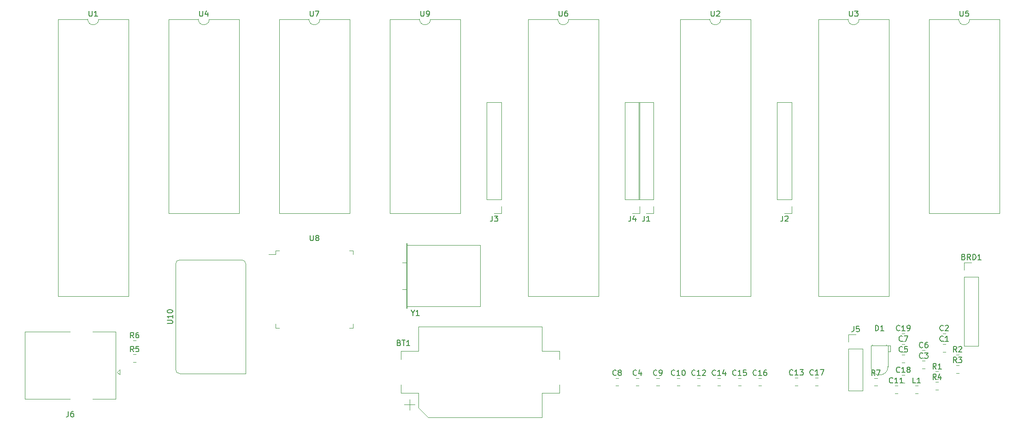
<source format=gbr>
G04 #@! TF.GenerationSoftware,KiCad,Pcbnew,(5.0.2)-1*
G04 #@! TF.CreationDate,2019-09-20T08:48:42-04:00*
G04 #@! TF.ProjectId,Z80_CPU,5a38305f-4350-4552-9e6b-696361645f70,rev?*
G04 #@! TF.SameCoordinates,Original*
G04 #@! TF.FileFunction,Legend,Top*
G04 #@! TF.FilePolarity,Positive*
%FSLAX46Y46*%
G04 Gerber Fmt 4.6, Leading zero omitted, Abs format (unit mm)*
G04 Created by KiCad (PCBNEW (5.0.2)-1) date 9/20/2019 8:48:42 AM*
%MOMM*%
%LPD*%
G01*
G04 APERTURE LIST*
%ADD10C,0.120000*%
%ADD11C,0.150000*%
G04 APERTURE END LIST*
D10*
G04 #@! TO.C,BRD1*
X172706001Y-66366001D02*
X175366001Y-66366001D01*
X172706001Y-53606001D02*
X172706001Y-66366001D01*
X175366001Y-53606001D02*
X175366001Y-66366001D01*
X172706001Y-53606001D02*
X175366001Y-53606001D01*
X172706001Y-52336001D02*
X172706001Y-51006001D01*
X172706001Y-51006001D02*
X174036001Y-51006001D01*
G04 #@! TO.C,BT1*
X95170000Y-74970000D02*
X98370000Y-74970000D01*
X98370000Y-74970000D02*
X98370000Y-73420000D01*
X95170000Y-79470000D02*
X95170000Y-74970000D01*
X95170000Y-79470000D02*
X74270000Y-79470000D01*
X72470000Y-77670000D02*
X72470000Y-74970000D01*
X74270000Y-79470000D02*
X72470000Y-77670000D01*
X72470000Y-74970000D02*
X69270000Y-74970000D01*
X69270000Y-74970000D02*
X69270000Y-73420000D01*
X72470000Y-67270000D02*
X69270000Y-67270000D01*
X69270000Y-67270000D02*
X69270000Y-68820000D01*
X95170000Y-67270000D02*
X98370000Y-67270000D01*
X98370000Y-67270000D02*
X98370000Y-68820000D01*
X72470000Y-62770000D02*
X95170000Y-62770000D01*
X72470000Y-62770000D02*
X72470000Y-67270000D01*
X95170000Y-62770000D02*
X95170000Y-67270000D01*
X70820000Y-76120000D02*
X70820000Y-78120000D01*
X71820000Y-77120000D02*
X69820000Y-77120000D01*
G04 #@! TO.C,C1*
X168774749Y-65976001D02*
X169297253Y-65976001D01*
X168774749Y-67396001D02*
X169297253Y-67396001D01*
G04 #@! TO.C,C2*
X168774749Y-64026001D02*
X169297253Y-64026001D01*
X168774749Y-65446001D02*
X169297253Y-65446001D01*
G04 #@! TO.C,C3*
X165024749Y-69076001D02*
X165547253Y-69076001D01*
X165024749Y-70496001D02*
X165547253Y-70496001D01*
G04 #@! TO.C,C4*
X112424749Y-73646001D02*
X112947253Y-73646001D01*
X112424749Y-72226001D02*
X112947253Y-72226001D01*
G04 #@! TO.C,C5*
X161274749Y-69346001D02*
X161797253Y-69346001D01*
X161274749Y-67926001D02*
X161797253Y-67926001D01*
G04 #@! TO.C,C6*
X165024749Y-67126001D02*
X165547253Y-67126001D01*
X165024749Y-68546001D02*
X165547253Y-68546001D01*
G04 #@! TO.C,C7*
X161274749Y-67396001D02*
X161797253Y-67396001D01*
X161274749Y-65976001D02*
X161797253Y-65976001D01*
G04 #@! TO.C,C8*
X108674749Y-72226001D02*
X109197253Y-72226001D01*
X108674749Y-73646001D02*
X109197253Y-73646001D01*
G04 #@! TO.C,C9*
X116174749Y-73646001D02*
X116697253Y-73646001D01*
X116174749Y-72226001D02*
X116697253Y-72226001D01*
G04 #@! TO.C,C10*
X119924749Y-72226001D02*
X120447253Y-72226001D01*
X119924749Y-73646001D02*
X120447253Y-73646001D01*
G04 #@! TO.C,C11*
X159974749Y-75046001D02*
X160497253Y-75046001D01*
X159974749Y-73626001D02*
X160497253Y-73626001D01*
G04 #@! TO.C,C12*
X123674749Y-72226001D02*
X124197253Y-72226001D01*
X123674749Y-73646001D02*
X124197253Y-73646001D01*
G04 #@! TO.C,C13*
X141624749Y-73596001D02*
X142147253Y-73596001D01*
X141624749Y-72176001D02*
X142147253Y-72176001D01*
G04 #@! TO.C,C14*
X127424749Y-72226001D02*
X127947253Y-72226001D01*
X127424749Y-73646001D02*
X127947253Y-73646001D01*
G04 #@! TO.C,C15*
X131174749Y-73646001D02*
X131697253Y-73646001D01*
X131174749Y-72226001D02*
X131697253Y-72226001D01*
G04 #@! TO.C,C16*
X134924749Y-72226001D02*
X135447253Y-72226001D01*
X134924749Y-73646001D02*
X135447253Y-73646001D01*
G04 #@! TO.C,C17*
X145374749Y-73596001D02*
X145897253Y-73596001D01*
X145374749Y-72176001D02*
X145897253Y-72176001D01*
G04 #@! TO.C,C18*
X161274749Y-71676001D02*
X161797253Y-71676001D01*
X161274749Y-73096001D02*
X161797253Y-73096001D01*
G04 #@! TO.C,C19*
X161274749Y-65446001D02*
X161797253Y-65446001D01*
X161274749Y-64026001D02*
X161797253Y-64026001D01*
G04 #@! TO.C,D1*
X158716001Y-70106001D02*
G75*
G02X155596001Y-70106001I-1560000J0D01*
G01*
X155596001Y-66246001D02*
X155596001Y-70106001D01*
X158716001Y-66246001D02*
X158716001Y-70106001D01*
X155596001Y-66246001D02*
X158716001Y-66246001D01*
X159116001Y-66246001D02*
X159116001Y-67366001D01*
X159116001Y-67366001D02*
X158716001Y-67366001D01*
X158716001Y-67366001D02*
X158716001Y-66246001D01*
X158716001Y-66246001D02*
X159116001Y-66246001D01*
X155886001Y-66116001D02*
X155886001Y-66246001D01*
X155886001Y-66246001D02*
X155886001Y-66246001D01*
X155886001Y-66246001D02*
X155886001Y-66116001D01*
X155886001Y-66116001D02*
X155886001Y-66116001D01*
X158426001Y-66116001D02*
X158426001Y-66246001D01*
X158426001Y-66246001D02*
X158426001Y-66246001D01*
X158426001Y-66246001D02*
X158426001Y-66116001D01*
X158426001Y-66116001D02*
X158426001Y-66116001D01*
G04 #@! TO.C,J1*
X115630000Y-41970000D02*
X114300000Y-41970000D01*
X115630000Y-40640000D02*
X115630000Y-41970000D01*
X115630000Y-39370000D02*
X112970000Y-39370000D01*
X112970000Y-39370000D02*
X112970000Y-21530000D01*
X115630000Y-39370000D02*
X115630000Y-21530000D01*
X115630000Y-21530000D02*
X112970000Y-21530000D01*
G04 #@! TO.C,J2*
X141030000Y-21530000D02*
X138370000Y-21530000D01*
X141030000Y-39370000D02*
X141030000Y-21530000D01*
X138370000Y-39370000D02*
X138370000Y-21530000D01*
X141030000Y-39370000D02*
X138370000Y-39370000D01*
X141030000Y-40640000D02*
X141030000Y-41970000D01*
X141030000Y-41970000D02*
X139700000Y-41970000D01*
G04 #@! TO.C,J3*
X87690000Y-21530000D02*
X85030000Y-21530000D01*
X87690000Y-39370000D02*
X87690000Y-21530000D01*
X85030000Y-39370000D02*
X85030000Y-21530000D01*
X87690000Y-39370000D02*
X85030000Y-39370000D01*
X87690000Y-40640000D02*
X87690000Y-41970000D01*
X87690000Y-41970000D02*
X86360000Y-41970000D01*
G04 #@! TO.C,J4*
X113090000Y-41970000D02*
X111760000Y-41970000D01*
X113090000Y-40640000D02*
X113090000Y-41970000D01*
X113090000Y-39370000D02*
X110430000Y-39370000D01*
X110430000Y-39370000D02*
X110430000Y-21530000D01*
X113090000Y-39370000D02*
X113090000Y-21530000D01*
X113090000Y-21530000D02*
X110430000Y-21530000D01*
G04 #@! TO.C,J5*
X151456001Y-74536001D02*
X154116001Y-74536001D01*
X151456001Y-66856001D02*
X151456001Y-74536001D01*
X154116001Y-66856001D02*
X154116001Y-74536001D01*
X151456001Y-66856001D02*
X154116001Y-66856001D01*
X151456001Y-65586001D02*
X151456001Y-64256001D01*
X151456001Y-64256001D02*
X152786001Y-64256001D01*
G04 #@! TO.C,J6*
X12580000Y-76030000D02*
X16840000Y-76030000D01*
X16840000Y-76030000D02*
X16840000Y-63710000D01*
X16840000Y-63710000D02*
X12580000Y-63710000D01*
X8480000Y-76030000D02*
X120000Y-76030000D01*
X120000Y-76030000D02*
X120000Y-63710000D01*
X120000Y-63710000D02*
X8480000Y-63710000D01*
X17060000Y-71120000D02*
X17560000Y-71620000D01*
X17560000Y-71620000D02*
X17560000Y-70620000D01*
X17560000Y-70620000D02*
X17060000Y-71120000D01*
G04 #@! TO.C,L1*
X163724749Y-73626001D02*
X164247253Y-73626001D01*
X163724749Y-75046001D02*
X164247253Y-75046001D01*
G04 #@! TO.C,R1*
X167474749Y-71026001D02*
X167997253Y-71026001D01*
X167474749Y-72446001D02*
X167997253Y-72446001D01*
G04 #@! TO.C,R2*
X171224749Y-67926001D02*
X171747253Y-67926001D01*
X171224749Y-69346001D02*
X171747253Y-69346001D01*
G04 #@! TO.C,R3*
X171224749Y-69876001D02*
X171747253Y-69876001D01*
X171224749Y-71296001D02*
X171747253Y-71296001D01*
G04 #@! TO.C,R4*
X167474749Y-74396001D02*
X167997253Y-74396001D01*
X167474749Y-72976001D02*
X167997253Y-72976001D01*
G04 #@! TO.C,R5*
X20058748Y-69290000D02*
X20581252Y-69290000D01*
X20058748Y-67870000D02*
X20581252Y-67870000D01*
G04 #@! TO.C,R6*
X20058748Y-65330000D02*
X20581252Y-65330000D01*
X20058748Y-66750000D02*
X20581252Y-66750000D01*
G04 #@! TO.C,R7*
X156224749Y-73646001D02*
X156747253Y-73646001D01*
X156224749Y-72226001D02*
X156747253Y-72226001D01*
G04 #@! TO.C,U1*
X13700000Y-6290000D02*
G75*
G02X11700000Y-6290000I-1000000J0D01*
G01*
X11700000Y-6290000D02*
X6240000Y-6290000D01*
X6240000Y-6290000D02*
X6240000Y-57210000D01*
X6240000Y-57210000D02*
X19160000Y-57210000D01*
X19160000Y-57210000D02*
X19160000Y-6290000D01*
X19160000Y-6290000D02*
X13700000Y-6290000D01*
G04 #@! TO.C,U2*
X128000000Y-6290000D02*
G75*
G02X126000000Y-6290000I-1000000J0D01*
G01*
X126000000Y-6290000D02*
X120540000Y-6290000D01*
X120540000Y-6290000D02*
X120540000Y-57210000D01*
X120540000Y-57210000D02*
X133460000Y-57210000D01*
X133460000Y-57210000D02*
X133460000Y-6290000D01*
X133460000Y-6290000D02*
X128000000Y-6290000D01*
G04 #@! TO.C,U3*
X158860000Y-6290000D02*
X153400000Y-6290000D01*
X158860000Y-57210000D02*
X158860000Y-6290000D01*
X145940000Y-57210000D02*
X158860000Y-57210000D01*
X145940000Y-6290000D02*
X145940000Y-57210000D01*
X151400000Y-6290000D02*
X145940000Y-6290000D01*
X153400000Y-6290000D02*
G75*
G02X151400000Y-6290000I-1000000J0D01*
G01*
G04 #@! TO.C,U4*
X34020000Y-6290000D02*
G75*
G02X32020000Y-6290000I-1000000J0D01*
G01*
X32020000Y-6290000D02*
X26560000Y-6290000D01*
X26560000Y-6290000D02*
X26560000Y-41970000D01*
X26560000Y-41970000D02*
X39480000Y-41970000D01*
X39480000Y-41970000D02*
X39480000Y-6290000D01*
X39480000Y-6290000D02*
X34020000Y-6290000D01*
G04 #@! TO.C,U5*
X179180000Y-6290000D02*
X173720000Y-6290000D01*
X179180000Y-41970000D02*
X179180000Y-6290000D01*
X166260000Y-41970000D02*
X179180000Y-41970000D01*
X166260000Y-6290000D02*
X166260000Y-41970000D01*
X171720000Y-6290000D02*
X166260000Y-6290000D01*
X173720000Y-6290000D02*
G75*
G02X171720000Y-6290000I-1000000J0D01*
G01*
G04 #@! TO.C,U6*
X105520000Y-6290000D02*
X100060000Y-6290000D01*
X105520000Y-57210000D02*
X105520000Y-6290000D01*
X92600000Y-57210000D02*
X105520000Y-57210000D01*
X92600000Y-6290000D02*
X92600000Y-57210000D01*
X98060000Y-6290000D02*
X92600000Y-6290000D01*
X100060000Y-6290000D02*
G75*
G02X98060000Y-6290000I-1000000J0D01*
G01*
G04 #@! TO.C,U7*
X54340000Y-6290000D02*
G75*
G02X52340000Y-6290000I-1000000J0D01*
G01*
X52340000Y-6290000D02*
X46880000Y-6290000D01*
X46880000Y-6290000D02*
X46880000Y-41970000D01*
X46880000Y-41970000D02*
X59800000Y-41970000D01*
X59800000Y-41970000D02*
X59800000Y-6290000D01*
X59800000Y-6290000D02*
X54340000Y-6290000D01*
G04 #@! TO.C,U8*
X46930000Y-48770000D02*
X46230000Y-48770000D01*
X46230000Y-48770000D02*
X46230000Y-49470000D01*
X59750000Y-48770000D02*
X60450000Y-48770000D01*
X60450000Y-48770000D02*
X60450000Y-49470000D01*
X46930000Y-62990000D02*
X46230000Y-62990000D01*
X46230000Y-62990000D02*
X46230000Y-62290000D01*
X59750000Y-62990000D02*
X60450000Y-62990000D01*
X60450000Y-62990000D02*
X60450000Y-62290000D01*
X46230000Y-49470000D02*
X44940000Y-49470000D01*
G04 #@! TO.C,U9*
X80120000Y-6290000D02*
X74660000Y-6290000D01*
X80120000Y-41970000D02*
X80120000Y-6290000D01*
X67200000Y-41970000D02*
X80120000Y-41970000D01*
X67200000Y-6290000D02*
X67200000Y-41970000D01*
X72660000Y-6290000D02*
X67200000Y-6290000D01*
X74660000Y-6290000D02*
G75*
G02X72660000Y-6290000I-1000000J0D01*
G01*
G04 #@! TO.C,U10*
X28590000Y-71410000D02*
X40740000Y-71410000D01*
X27840000Y-51260000D02*
X27840000Y-70660000D01*
X39990000Y-50510000D02*
X28590000Y-50510000D01*
X40740000Y-71410000D02*
X40740000Y-51260000D01*
X40740000Y-51260000D02*
G75*
G03X39990000Y-50510000I-750000J0D01*
G01*
X28590000Y-50510000D02*
G75*
G03X27840000Y-51260000I0J-750000D01*
G01*
X27840000Y-70660000D02*
G75*
G03X28590000Y-71410000I750000J0D01*
G01*
G04 #@! TO.C,Y1*
X70380000Y-59080000D02*
X83780000Y-59080000D01*
X83780000Y-59080000D02*
X83780000Y-47780000D01*
X83780000Y-47780000D02*
X70380000Y-47780000D01*
X70380000Y-47780000D02*
X70380000Y-59080000D01*
X70380000Y-55880000D02*
X69530000Y-55880000D01*
X69530000Y-55880000D02*
X69530000Y-55880000D01*
X70380000Y-50980000D02*
X69530000Y-50980000D01*
X69530000Y-50980000D02*
X69530000Y-50980000D01*
X70380000Y-59430000D02*
X70260000Y-59430000D01*
X70260000Y-59430000D02*
X70260000Y-47430000D01*
X70260000Y-47430000D02*
X70380000Y-47430000D01*
X70380000Y-47430000D02*
X70380000Y-59430000D01*
G04 #@! TO.C,BRD1*
D11*
X172631239Y-49934572D02*
X172774096Y-49982191D01*
X172821715Y-50029810D01*
X172869334Y-50125048D01*
X172869334Y-50267905D01*
X172821715Y-50363143D01*
X172774096Y-50410762D01*
X172678858Y-50458381D01*
X172297905Y-50458381D01*
X172297905Y-49458381D01*
X172631239Y-49458381D01*
X172726477Y-49506001D01*
X172774096Y-49553620D01*
X172821715Y-49648858D01*
X172821715Y-49744096D01*
X172774096Y-49839334D01*
X172726477Y-49886953D01*
X172631239Y-49934572D01*
X172297905Y-49934572D01*
X173869334Y-50458381D02*
X173536001Y-49982191D01*
X173297905Y-50458381D02*
X173297905Y-49458381D01*
X173678858Y-49458381D01*
X173774096Y-49506001D01*
X173821715Y-49553620D01*
X173869334Y-49648858D01*
X173869334Y-49791715D01*
X173821715Y-49886953D01*
X173774096Y-49934572D01*
X173678858Y-49982191D01*
X173297905Y-49982191D01*
X174297905Y-50458381D02*
X174297905Y-49458381D01*
X174536001Y-49458381D01*
X174678858Y-49506001D01*
X174774096Y-49601239D01*
X174821715Y-49696477D01*
X174869334Y-49886953D01*
X174869334Y-50029810D01*
X174821715Y-50220286D01*
X174774096Y-50315524D01*
X174678858Y-50410762D01*
X174536001Y-50458381D01*
X174297905Y-50458381D01*
X175821715Y-50458381D02*
X175250286Y-50458381D01*
X175536001Y-50458381D02*
X175536001Y-49458381D01*
X175440762Y-49601239D01*
X175345524Y-49696477D01*
X175250286Y-49744096D01*
G04 #@! TO.C,BT1*
X68909285Y-65748571D02*
X69052142Y-65796190D01*
X69099761Y-65843809D01*
X69147380Y-65939047D01*
X69147380Y-66081904D01*
X69099761Y-66177142D01*
X69052142Y-66224761D01*
X68956904Y-66272380D01*
X68575952Y-66272380D01*
X68575952Y-65272380D01*
X68909285Y-65272380D01*
X69004523Y-65320000D01*
X69052142Y-65367619D01*
X69099761Y-65462857D01*
X69099761Y-65558095D01*
X69052142Y-65653333D01*
X69004523Y-65700952D01*
X68909285Y-65748571D01*
X68575952Y-65748571D01*
X69433095Y-65272380D02*
X70004523Y-65272380D01*
X69718809Y-66272380D02*
X69718809Y-65272380D01*
X70861666Y-66272380D02*
X70290238Y-66272380D01*
X70575952Y-66272380D02*
X70575952Y-65272380D01*
X70480714Y-65415238D01*
X70385476Y-65510476D01*
X70290238Y-65558095D01*
G04 #@! TO.C,C1*
X168869334Y-65393143D02*
X168821715Y-65440762D01*
X168678858Y-65488381D01*
X168583620Y-65488381D01*
X168440762Y-65440762D01*
X168345524Y-65345524D01*
X168297905Y-65250286D01*
X168250286Y-65059810D01*
X168250286Y-64916953D01*
X168297905Y-64726477D01*
X168345524Y-64631239D01*
X168440762Y-64536001D01*
X168583620Y-64488381D01*
X168678858Y-64488381D01*
X168821715Y-64536001D01*
X168869334Y-64583620D01*
X169821715Y-65488381D02*
X169250286Y-65488381D01*
X169536001Y-65488381D02*
X169536001Y-64488381D01*
X169440762Y-64631239D01*
X169345524Y-64726477D01*
X169250286Y-64774096D01*
G04 #@! TO.C,C2*
X168869334Y-63443143D02*
X168821715Y-63490762D01*
X168678858Y-63538381D01*
X168583620Y-63538381D01*
X168440762Y-63490762D01*
X168345524Y-63395524D01*
X168297905Y-63300286D01*
X168250286Y-63109810D01*
X168250286Y-62966953D01*
X168297905Y-62776477D01*
X168345524Y-62681239D01*
X168440762Y-62586001D01*
X168583620Y-62538381D01*
X168678858Y-62538381D01*
X168821715Y-62586001D01*
X168869334Y-62633620D01*
X169250286Y-62633620D02*
X169297905Y-62586001D01*
X169393143Y-62538381D01*
X169631239Y-62538381D01*
X169726477Y-62586001D01*
X169774096Y-62633620D01*
X169821715Y-62728858D01*
X169821715Y-62824096D01*
X169774096Y-62966953D01*
X169202667Y-63538381D01*
X169821715Y-63538381D01*
G04 #@! TO.C,C3*
X165119334Y-68493143D02*
X165071715Y-68540762D01*
X164928858Y-68588381D01*
X164833620Y-68588381D01*
X164690762Y-68540762D01*
X164595524Y-68445524D01*
X164547905Y-68350286D01*
X164500286Y-68159810D01*
X164500286Y-68016953D01*
X164547905Y-67826477D01*
X164595524Y-67731239D01*
X164690762Y-67636001D01*
X164833620Y-67588381D01*
X164928858Y-67588381D01*
X165071715Y-67636001D01*
X165119334Y-67683620D01*
X165452667Y-67588381D02*
X166071715Y-67588381D01*
X165738381Y-67969334D01*
X165881239Y-67969334D01*
X165976477Y-68016953D01*
X166024096Y-68064572D01*
X166071715Y-68159810D01*
X166071715Y-68397905D01*
X166024096Y-68493143D01*
X165976477Y-68540762D01*
X165881239Y-68588381D01*
X165595524Y-68588381D01*
X165500286Y-68540762D01*
X165452667Y-68493143D01*
G04 #@! TO.C,C4*
X112519334Y-71643143D02*
X112471715Y-71690762D01*
X112328858Y-71738381D01*
X112233620Y-71738381D01*
X112090762Y-71690762D01*
X111995524Y-71595524D01*
X111947905Y-71500286D01*
X111900286Y-71309810D01*
X111900286Y-71166953D01*
X111947905Y-70976477D01*
X111995524Y-70881239D01*
X112090762Y-70786001D01*
X112233620Y-70738381D01*
X112328858Y-70738381D01*
X112471715Y-70786001D01*
X112519334Y-70833620D01*
X113376477Y-71071715D02*
X113376477Y-71738381D01*
X113138381Y-70690762D02*
X112900286Y-71405048D01*
X113519334Y-71405048D01*
G04 #@! TO.C,C5*
X161369334Y-67343143D02*
X161321715Y-67390762D01*
X161178858Y-67438381D01*
X161083620Y-67438381D01*
X160940762Y-67390762D01*
X160845524Y-67295524D01*
X160797905Y-67200286D01*
X160750286Y-67009810D01*
X160750286Y-66866953D01*
X160797905Y-66676477D01*
X160845524Y-66581239D01*
X160940762Y-66486001D01*
X161083620Y-66438381D01*
X161178858Y-66438381D01*
X161321715Y-66486001D01*
X161369334Y-66533620D01*
X162274096Y-66438381D02*
X161797905Y-66438381D01*
X161750286Y-66914572D01*
X161797905Y-66866953D01*
X161893143Y-66819334D01*
X162131239Y-66819334D01*
X162226477Y-66866953D01*
X162274096Y-66914572D01*
X162321715Y-67009810D01*
X162321715Y-67247905D01*
X162274096Y-67343143D01*
X162226477Y-67390762D01*
X162131239Y-67438381D01*
X161893143Y-67438381D01*
X161797905Y-67390762D01*
X161750286Y-67343143D01*
G04 #@! TO.C,C6*
X165119334Y-66543143D02*
X165071715Y-66590762D01*
X164928858Y-66638381D01*
X164833620Y-66638381D01*
X164690762Y-66590762D01*
X164595524Y-66495524D01*
X164547905Y-66400286D01*
X164500286Y-66209810D01*
X164500286Y-66066953D01*
X164547905Y-65876477D01*
X164595524Y-65781239D01*
X164690762Y-65686001D01*
X164833620Y-65638381D01*
X164928858Y-65638381D01*
X165071715Y-65686001D01*
X165119334Y-65733620D01*
X165976477Y-65638381D02*
X165786001Y-65638381D01*
X165690762Y-65686001D01*
X165643143Y-65733620D01*
X165547905Y-65876477D01*
X165500286Y-66066953D01*
X165500286Y-66447905D01*
X165547905Y-66543143D01*
X165595524Y-66590762D01*
X165690762Y-66638381D01*
X165881239Y-66638381D01*
X165976477Y-66590762D01*
X166024096Y-66543143D01*
X166071715Y-66447905D01*
X166071715Y-66209810D01*
X166024096Y-66114572D01*
X165976477Y-66066953D01*
X165881239Y-66019334D01*
X165690762Y-66019334D01*
X165595524Y-66066953D01*
X165547905Y-66114572D01*
X165500286Y-66209810D01*
G04 #@! TO.C,C7*
X161369334Y-65393143D02*
X161321715Y-65440762D01*
X161178858Y-65488381D01*
X161083620Y-65488381D01*
X160940762Y-65440762D01*
X160845524Y-65345524D01*
X160797905Y-65250286D01*
X160750286Y-65059810D01*
X160750286Y-64916953D01*
X160797905Y-64726477D01*
X160845524Y-64631239D01*
X160940762Y-64536001D01*
X161083620Y-64488381D01*
X161178858Y-64488381D01*
X161321715Y-64536001D01*
X161369334Y-64583620D01*
X161702667Y-64488381D02*
X162369334Y-64488381D01*
X161940762Y-65488381D01*
G04 #@! TO.C,C8*
X108769334Y-71643143D02*
X108721715Y-71690762D01*
X108578858Y-71738381D01*
X108483620Y-71738381D01*
X108340762Y-71690762D01*
X108245524Y-71595524D01*
X108197905Y-71500286D01*
X108150286Y-71309810D01*
X108150286Y-71166953D01*
X108197905Y-70976477D01*
X108245524Y-70881239D01*
X108340762Y-70786001D01*
X108483620Y-70738381D01*
X108578858Y-70738381D01*
X108721715Y-70786001D01*
X108769334Y-70833620D01*
X109340762Y-71166953D02*
X109245524Y-71119334D01*
X109197905Y-71071715D01*
X109150286Y-70976477D01*
X109150286Y-70928858D01*
X109197905Y-70833620D01*
X109245524Y-70786001D01*
X109340762Y-70738381D01*
X109531239Y-70738381D01*
X109626477Y-70786001D01*
X109674096Y-70833620D01*
X109721715Y-70928858D01*
X109721715Y-70976477D01*
X109674096Y-71071715D01*
X109626477Y-71119334D01*
X109531239Y-71166953D01*
X109340762Y-71166953D01*
X109245524Y-71214572D01*
X109197905Y-71262191D01*
X109150286Y-71357429D01*
X109150286Y-71547905D01*
X109197905Y-71643143D01*
X109245524Y-71690762D01*
X109340762Y-71738381D01*
X109531239Y-71738381D01*
X109626477Y-71690762D01*
X109674096Y-71643143D01*
X109721715Y-71547905D01*
X109721715Y-71357429D01*
X109674096Y-71262191D01*
X109626477Y-71214572D01*
X109531239Y-71166953D01*
G04 #@! TO.C,C9*
X116269334Y-71643143D02*
X116221715Y-71690762D01*
X116078858Y-71738381D01*
X115983620Y-71738381D01*
X115840762Y-71690762D01*
X115745524Y-71595524D01*
X115697905Y-71500286D01*
X115650286Y-71309810D01*
X115650286Y-71166953D01*
X115697905Y-70976477D01*
X115745524Y-70881239D01*
X115840762Y-70786001D01*
X115983620Y-70738381D01*
X116078858Y-70738381D01*
X116221715Y-70786001D01*
X116269334Y-70833620D01*
X116745524Y-71738381D02*
X116936001Y-71738381D01*
X117031239Y-71690762D01*
X117078858Y-71643143D01*
X117174096Y-71500286D01*
X117221715Y-71309810D01*
X117221715Y-70928858D01*
X117174096Y-70833620D01*
X117126477Y-70786001D01*
X117031239Y-70738381D01*
X116840762Y-70738381D01*
X116745524Y-70786001D01*
X116697905Y-70833620D01*
X116650286Y-70928858D01*
X116650286Y-71166953D01*
X116697905Y-71262191D01*
X116745524Y-71309810D01*
X116840762Y-71357429D01*
X117031239Y-71357429D01*
X117126477Y-71309810D01*
X117174096Y-71262191D01*
X117221715Y-71166953D01*
G04 #@! TO.C,C10*
X119543143Y-71643143D02*
X119495524Y-71690762D01*
X119352667Y-71738381D01*
X119257429Y-71738381D01*
X119114572Y-71690762D01*
X119019334Y-71595524D01*
X118971715Y-71500286D01*
X118924096Y-71309810D01*
X118924096Y-71166953D01*
X118971715Y-70976477D01*
X119019334Y-70881239D01*
X119114572Y-70786001D01*
X119257429Y-70738381D01*
X119352667Y-70738381D01*
X119495524Y-70786001D01*
X119543143Y-70833620D01*
X120495524Y-71738381D02*
X119924096Y-71738381D01*
X120209810Y-71738381D02*
X120209810Y-70738381D01*
X120114572Y-70881239D01*
X120019334Y-70976477D01*
X119924096Y-71024096D01*
X121114572Y-70738381D02*
X121209810Y-70738381D01*
X121305048Y-70786001D01*
X121352667Y-70833620D01*
X121400286Y-70928858D01*
X121447905Y-71119334D01*
X121447905Y-71357429D01*
X121400286Y-71547905D01*
X121352667Y-71643143D01*
X121305048Y-71690762D01*
X121209810Y-71738381D01*
X121114572Y-71738381D01*
X121019334Y-71690762D01*
X120971715Y-71643143D01*
X120924096Y-71547905D01*
X120876477Y-71357429D01*
X120876477Y-71119334D01*
X120924096Y-70928858D01*
X120971715Y-70833620D01*
X121019334Y-70786001D01*
X121114572Y-70738381D01*
G04 #@! TO.C,C11*
X159593143Y-73043143D02*
X159545524Y-73090762D01*
X159402667Y-73138381D01*
X159307429Y-73138381D01*
X159164572Y-73090762D01*
X159069334Y-72995524D01*
X159021715Y-72900286D01*
X158974096Y-72709810D01*
X158974096Y-72566953D01*
X159021715Y-72376477D01*
X159069334Y-72281239D01*
X159164572Y-72186001D01*
X159307429Y-72138381D01*
X159402667Y-72138381D01*
X159545524Y-72186001D01*
X159593143Y-72233620D01*
X160545524Y-73138381D02*
X159974096Y-73138381D01*
X160259810Y-73138381D02*
X160259810Y-72138381D01*
X160164572Y-72281239D01*
X160069334Y-72376477D01*
X159974096Y-72424096D01*
X161497905Y-73138381D02*
X160926477Y-73138381D01*
X161212191Y-73138381D02*
X161212191Y-72138381D01*
X161116953Y-72281239D01*
X161021715Y-72376477D01*
X160926477Y-72424096D01*
G04 #@! TO.C,C12*
X123293143Y-71643143D02*
X123245524Y-71690762D01*
X123102667Y-71738381D01*
X123007429Y-71738381D01*
X122864572Y-71690762D01*
X122769334Y-71595524D01*
X122721715Y-71500286D01*
X122674096Y-71309810D01*
X122674096Y-71166953D01*
X122721715Y-70976477D01*
X122769334Y-70881239D01*
X122864572Y-70786001D01*
X123007429Y-70738381D01*
X123102667Y-70738381D01*
X123245524Y-70786001D01*
X123293143Y-70833620D01*
X124245524Y-71738381D02*
X123674096Y-71738381D01*
X123959810Y-71738381D02*
X123959810Y-70738381D01*
X123864572Y-70881239D01*
X123769334Y-70976477D01*
X123674096Y-71024096D01*
X124626477Y-70833620D02*
X124674096Y-70786001D01*
X124769334Y-70738381D01*
X125007429Y-70738381D01*
X125102667Y-70786001D01*
X125150286Y-70833620D01*
X125197905Y-70928858D01*
X125197905Y-71024096D01*
X125150286Y-71166953D01*
X124578858Y-71738381D01*
X125197905Y-71738381D01*
G04 #@! TO.C,C13*
X141243143Y-71593143D02*
X141195524Y-71640762D01*
X141052667Y-71688381D01*
X140957429Y-71688381D01*
X140814572Y-71640762D01*
X140719334Y-71545524D01*
X140671715Y-71450286D01*
X140624096Y-71259810D01*
X140624096Y-71116953D01*
X140671715Y-70926477D01*
X140719334Y-70831239D01*
X140814572Y-70736001D01*
X140957429Y-70688381D01*
X141052667Y-70688381D01*
X141195524Y-70736001D01*
X141243143Y-70783620D01*
X142195524Y-71688381D02*
X141624096Y-71688381D01*
X141909810Y-71688381D02*
X141909810Y-70688381D01*
X141814572Y-70831239D01*
X141719334Y-70926477D01*
X141624096Y-70974096D01*
X142528858Y-70688381D02*
X143147905Y-70688381D01*
X142814572Y-71069334D01*
X142957429Y-71069334D01*
X143052667Y-71116953D01*
X143100286Y-71164572D01*
X143147905Y-71259810D01*
X143147905Y-71497905D01*
X143100286Y-71593143D01*
X143052667Y-71640762D01*
X142957429Y-71688381D01*
X142671715Y-71688381D01*
X142576477Y-71640762D01*
X142528858Y-71593143D01*
G04 #@! TO.C,C14*
X127043143Y-71643143D02*
X126995524Y-71690762D01*
X126852667Y-71738381D01*
X126757429Y-71738381D01*
X126614572Y-71690762D01*
X126519334Y-71595524D01*
X126471715Y-71500286D01*
X126424096Y-71309810D01*
X126424096Y-71166953D01*
X126471715Y-70976477D01*
X126519334Y-70881239D01*
X126614572Y-70786001D01*
X126757429Y-70738381D01*
X126852667Y-70738381D01*
X126995524Y-70786001D01*
X127043143Y-70833620D01*
X127995524Y-71738381D02*
X127424096Y-71738381D01*
X127709810Y-71738381D02*
X127709810Y-70738381D01*
X127614572Y-70881239D01*
X127519334Y-70976477D01*
X127424096Y-71024096D01*
X128852667Y-71071715D02*
X128852667Y-71738381D01*
X128614572Y-70690762D02*
X128376477Y-71405048D01*
X128995524Y-71405048D01*
G04 #@! TO.C,C15*
X130793143Y-71643143D02*
X130745524Y-71690762D01*
X130602667Y-71738381D01*
X130507429Y-71738381D01*
X130364572Y-71690762D01*
X130269334Y-71595524D01*
X130221715Y-71500286D01*
X130174096Y-71309810D01*
X130174096Y-71166953D01*
X130221715Y-70976477D01*
X130269334Y-70881239D01*
X130364572Y-70786001D01*
X130507429Y-70738381D01*
X130602667Y-70738381D01*
X130745524Y-70786001D01*
X130793143Y-70833620D01*
X131745524Y-71738381D02*
X131174096Y-71738381D01*
X131459810Y-71738381D02*
X131459810Y-70738381D01*
X131364572Y-70881239D01*
X131269334Y-70976477D01*
X131174096Y-71024096D01*
X132650286Y-70738381D02*
X132174096Y-70738381D01*
X132126477Y-71214572D01*
X132174096Y-71166953D01*
X132269334Y-71119334D01*
X132507429Y-71119334D01*
X132602667Y-71166953D01*
X132650286Y-71214572D01*
X132697905Y-71309810D01*
X132697905Y-71547905D01*
X132650286Y-71643143D01*
X132602667Y-71690762D01*
X132507429Y-71738381D01*
X132269334Y-71738381D01*
X132174096Y-71690762D01*
X132126477Y-71643143D01*
G04 #@! TO.C,C16*
X134543143Y-71643143D02*
X134495524Y-71690762D01*
X134352667Y-71738381D01*
X134257429Y-71738381D01*
X134114572Y-71690762D01*
X134019334Y-71595524D01*
X133971715Y-71500286D01*
X133924096Y-71309810D01*
X133924096Y-71166953D01*
X133971715Y-70976477D01*
X134019334Y-70881239D01*
X134114572Y-70786001D01*
X134257429Y-70738381D01*
X134352667Y-70738381D01*
X134495524Y-70786001D01*
X134543143Y-70833620D01*
X135495524Y-71738381D02*
X134924096Y-71738381D01*
X135209810Y-71738381D02*
X135209810Y-70738381D01*
X135114572Y-70881239D01*
X135019334Y-70976477D01*
X134924096Y-71024096D01*
X136352667Y-70738381D02*
X136162191Y-70738381D01*
X136066953Y-70786001D01*
X136019334Y-70833620D01*
X135924096Y-70976477D01*
X135876477Y-71166953D01*
X135876477Y-71547905D01*
X135924096Y-71643143D01*
X135971715Y-71690762D01*
X136066953Y-71738381D01*
X136257429Y-71738381D01*
X136352667Y-71690762D01*
X136400286Y-71643143D01*
X136447905Y-71547905D01*
X136447905Y-71309810D01*
X136400286Y-71214572D01*
X136352667Y-71166953D01*
X136257429Y-71119334D01*
X136066953Y-71119334D01*
X135971715Y-71166953D01*
X135924096Y-71214572D01*
X135876477Y-71309810D01*
G04 #@! TO.C,C17*
X144993143Y-71593143D02*
X144945524Y-71640762D01*
X144802667Y-71688381D01*
X144707429Y-71688381D01*
X144564572Y-71640762D01*
X144469334Y-71545524D01*
X144421715Y-71450286D01*
X144374096Y-71259810D01*
X144374096Y-71116953D01*
X144421715Y-70926477D01*
X144469334Y-70831239D01*
X144564572Y-70736001D01*
X144707429Y-70688381D01*
X144802667Y-70688381D01*
X144945524Y-70736001D01*
X144993143Y-70783620D01*
X145945524Y-71688381D02*
X145374096Y-71688381D01*
X145659810Y-71688381D02*
X145659810Y-70688381D01*
X145564572Y-70831239D01*
X145469334Y-70926477D01*
X145374096Y-70974096D01*
X146278858Y-70688381D02*
X146945524Y-70688381D01*
X146516953Y-71688381D01*
G04 #@! TO.C,C18*
X160893143Y-71093143D02*
X160845524Y-71140762D01*
X160702667Y-71188381D01*
X160607429Y-71188381D01*
X160464572Y-71140762D01*
X160369334Y-71045524D01*
X160321715Y-70950286D01*
X160274096Y-70759810D01*
X160274096Y-70616953D01*
X160321715Y-70426477D01*
X160369334Y-70331239D01*
X160464572Y-70236001D01*
X160607429Y-70188381D01*
X160702667Y-70188381D01*
X160845524Y-70236001D01*
X160893143Y-70283620D01*
X161845524Y-71188381D02*
X161274096Y-71188381D01*
X161559810Y-71188381D02*
X161559810Y-70188381D01*
X161464572Y-70331239D01*
X161369334Y-70426477D01*
X161274096Y-70474096D01*
X162416953Y-70616953D02*
X162321715Y-70569334D01*
X162274096Y-70521715D01*
X162226477Y-70426477D01*
X162226477Y-70378858D01*
X162274096Y-70283620D01*
X162321715Y-70236001D01*
X162416953Y-70188381D01*
X162607429Y-70188381D01*
X162702667Y-70236001D01*
X162750286Y-70283620D01*
X162797905Y-70378858D01*
X162797905Y-70426477D01*
X162750286Y-70521715D01*
X162702667Y-70569334D01*
X162607429Y-70616953D01*
X162416953Y-70616953D01*
X162321715Y-70664572D01*
X162274096Y-70712191D01*
X162226477Y-70807429D01*
X162226477Y-70997905D01*
X162274096Y-71093143D01*
X162321715Y-71140762D01*
X162416953Y-71188381D01*
X162607429Y-71188381D01*
X162702667Y-71140762D01*
X162750286Y-71093143D01*
X162797905Y-70997905D01*
X162797905Y-70807429D01*
X162750286Y-70712191D01*
X162702667Y-70664572D01*
X162607429Y-70616953D01*
G04 #@! TO.C,C19*
X160893143Y-63443143D02*
X160845524Y-63490762D01*
X160702667Y-63538381D01*
X160607429Y-63538381D01*
X160464572Y-63490762D01*
X160369334Y-63395524D01*
X160321715Y-63300286D01*
X160274096Y-63109810D01*
X160274096Y-62966953D01*
X160321715Y-62776477D01*
X160369334Y-62681239D01*
X160464572Y-62586001D01*
X160607429Y-62538381D01*
X160702667Y-62538381D01*
X160845524Y-62586001D01*
X160893143Y-62633620D01*
X161845524Y-63538381D02*
X161274096Y-63538381D01*
X161559810Y-63538381D02*
X161559810Y-62538381D01*
X161464572Y-62681239D01*
X161369334Y-62776477D01*
X161274096Y-62824096D01*
X162321715Y-63538381D02*
X162512191Y-63538381D01*
X162607429Y-63490762D01*
X162655048Y-63443143D01*
X162750286Y-63300286D01*
X162797905Y-63109810D01*
X162797905Y-62728858D01*
X162750286Y-62633620D01*
X162702667Y-62586001D01*
X162607429Y-62538381D01*
X162416953Y-62538381D01*
X162321715Y-62586001D01*
X162274096Y-62633620D01*
X162226477Y-62728858D01*
X162226477Y-62966953D01*
X162274096Y-63062191D01*
X162321715Y-63109810D01*
X162416953Y-63157429D01*
X162607429Y-63157429D01*
X162702667Y-63109810D01*
X162750286Y-63062191D01*
X162797905Y-62966953D01*
G04 #@! TO.C,D1*
X156417905Y-63528381D02*
X156417905Y-62528381D01*
X156656001Y-62528381D01*
X156798858Y-62576001D01*
X156894096Y-62671239D01*
X156941715Y-62766477D01*
X156989334Y-62956953D01*
X156989334Y-63099810D01*
X156941715Y-63290286D01*
X156894096Y-63385524D01*
X156798858Y-63480762D01*
X156656001Y-63528381D01*
X156417905Y-63528381D01*
X157941715Y-63528381D02*
X157370286Y-63528381D01*
X157656001Y-63528381D02*
X157656001Y-62528381D01*
X157560762Y-62671239D01*
X157465524Y-62766477D01*
X157370286Y-62814096D01*
G04 #@! TO.C,J1*
X113966666Y-42422380D02*
X113966666Y-43136666D01*
X113919047Y-43279523D01*
X113823809Y-43374761D01*
X113680952Y-43422380D01*
X113585714Y-43422380D01*
X114966666Y-43422380D02*
X114395238Y-43422380D01*
X114680952Y-43422380D02*
X114680952Y-42422380D01*
X114585714Y-42565238D01*
X114490476Y-42660476D01*
X114395238Y-42708095D01*
G04 #@! TO.C,J2*
X139366666Y-42422380D02*
X139366666Y-43136666D01*
X139319047Y-43279523D01*
X139223809Y-43374761D01*
X139080952Y-43422380D01*
X138985714Y-43422380D01*
X139795238Y-42517619D02*
X139842857Y-42470000D01*
X139938095Y-42422380D01*
X140176190Y-42422380D01*
X140271428Y-42470000D01*
X140319047Y-42517619D01*
X140366666Y-42612857D01*
X140366666Y-42708095D01*
X140319047Y-42850952D01*
X139747619Y-43422380D01*
X140366666Y-43422380D01*
G04 #@! TO.C,J3*
X86026666Y-42422380D02*
X86026666Y-43136666D01*
X85979047Y-43279523D01*
X85883809Y-43374761D01*
X85740952Y-43422380D01*
X85645714Y-43422380D01*
X86407619Y-42422380D02*
X87026666Y-42422380D01*
X86693333Y-42803333D01*
X86836190Y-42803333D01*
X86931428Y-42850952D01*
X86979047Y-42898571D01*
X87026666Y-42993809D01*
X87026666Y-43231904D01*
X86979047Y-43327142D01*
X86931428Y-43374761D01*
X86836190Y-43422380D01*
X86550476Y-43422380D01*
X86455238Y-43374761D01*
X86407619Y-43327142D01*
G04 #@! TO.C,J4*
X111426666Y-42422380D02*
X111426666Y-43136666D01*
X111379047Y-43279523D01*
X111283809Y-43374761D01*
X111140952Y-43422380D01*
X111045714Y-43422380D01*
X112331428Y-42755714D02*
X112331428Y-43422380D01*
X112093333Y-42374761D02*
X111855238Y-43089047D01*
X112474285Y-43089047D01*
G04 #@! TO.C,J5*
X152452667Y-62708381D02*
X152452667Y-63422667D01*
X152405048Y-63565524D01*
X152309810Y-63660762D01*
X152166953Y-63708381D01*
X152071715Y-63708381D01*
X153405048Y-62708381D02*
X152928858Y-62708381D01*
X152881239Y-63184572D01*
X152928858Y-63136953D01*
X153024096Y-63089334D01*
X153262191Y-63089334D01*
X153357429Y-63136953D01*
X153405048Y-63184572D01*
X153452667Y-63279810D01*
X153452667Y-63517905D01*
X153405048Y-63613143D01*
X153357429Y-63660762D01*
X153262191Y-63708381D01*
X153024096Y-63708381D01*
X152928858Y-63660762D01*
X152881239Y-63613143D01*
G04 #@! TO.C,J6*
X8146666Y-78342380D02*
X8146666Y-79056666D01*
X8099047Y-79199523D01*
X8003809Y-79294761D01*
X7860952Y-79342380D01*
X7765714Y-79342380D01*
X9051428Y-78342380D02*
X8860952Y-78342380D01*
X8765714Y-78390000D01*
X8718095Y-78437619D01*
X8622857Y-78580476D01*
X8575238Y-78770952D01*
X8575238Y-79151904D01*
X8622857Y-79247142D01*
X8670476Y-79294761D01*
X8765714Y-79342380D01*
X8956190Y-79342380D01*
X9051428Y-79294761D01*
X9099047Y-79247142D01*
X9146666Y-79151904D01*
X9146666Y-78913809D01*
X9099047Y-78818571D01*
X9051428Y-78770952D01*
X8956190Y-78723333D01*
X8765714Y-78723333D01*
X8670476Y-78770952D01*
X8622857Y-78818571D01*
X8575238Y-78913809D01*
G04 #@! TO.C,L1*
X163819334Y-73138381D02*
X163343143Y-73138381D01*
X163343143Y-72138381D01*
X164676477Y-73138381D02*
X164105048Y-73138381D01*
X164390762Y-73138381D02*
X164390762Y-72138381D01*
X164295524Y-72281239D01*
X164200286Y-72376477D01*
X164105048Y-72424096D01*
G04 #@! TO.C,R1*
X167569334Y-70538381D02*
X167236001Y-70062191D01*
X166997905Y-70538381D02*
X166997905Y-69538381D01*
X167378858Y-69538381D01*
X167474096Y-69586001D01*
X167521715Y-69633620D01*
X167569334Y-69728858D01*
X167569334Y-69871715D01*
X167521715Y-69966953D01*
X167474096Y-70014572D01*
X167378858Y-70062191D01*
X166997905Y-70062191D01*
X168521715Y-70538381D02*
X167950286Y-70538381D01*
X168236001Y-70538381D02*
X168236001Y-69538381D01*
X168140762Y-69681239D01*
X168045524Y-69776477D01*
X167950286Y-69824096D01*
G04 #@! TO.C,R2*
X171319334Y-67438381D02*
X170986001Y-66962191D01*
X170747905Y-67438381D02*
X170747905Y-66438381D01*
X171128858Y-66438381D01*
X171224096Y-66486001D01*
X171271715Y-66533620D01*
X171319334Y-66628858D01*
X171319334Y-66771715D01*
X171271715Y-66866953D01*
X171224096Y-66914572D01*
X171128858Y-66962191D01*
X170747905Y-66962191D01*
X171700286Y-66533620D02*
X171747905Y-66486001D01*
X171843143Y-66438381D01*
X172081239Y-66438381D01*
X172176477Y-66486001D01*
X172224096Y-66533620D01*
X172271715Y-66628858D01*
X172271715Y-66724096D01*
X172224096Y-66866953D01*
X171652667Y-67438381D01*
X172271715Y-67438381D01*
G04 #@! TO.C,R3*
X171319334Y-69388381D02*
X170986001Y-68912191D01*
X170747905Y-69388381D02*
X170747905Y-68388381D01*
X171128858Y-68388381D01*
X171224096Y-68436001D01*
X171271715Y-68483620D01*
X171319334Y-68578858D01*
X171319334Y-68721715D01*
X171271715Y-68816953D01*
X171224096Y-68864572D01*
X171128858Y-68912191D01*
X170747905Y-68912191D01*
X171652667Y-68388381D02*
X172271715Y-68388381D01*
X171938381Y-68769334D01*
X172081239Y-68769334D01*
X172176477Y-68816953D01*
X172224096Y-68864572D01*
X172271715Y-68959810D01*
X172271715Y-69197905D01*
X172224096Y-69293143D01*
X172176477Y-69340762D01*
X172081239Y-69388381D01*
X171795524Y-69388381D01*
X171700286Y-69340762D01*
X171652667Y-69293143D01*
G04 #@! TO.C,R4*
X167569334Y-72488381D02*
X167236001Y-72012191D01*
X166997905Y-72488381D02*
X166997905Y-71488381D01*
X167378858Y-71488381D01*
X167474096Y-71536001D01*
X167521715Y-71583620D01*
X167569334Y-71678858D01*
X167569334Y-71821715D01*
X167521715Y-71916953D01*
X167474096Y-71964572D01*
X167378858Y-72012191D01*
X166997905Y-72012191D01*
X168426477Y-71821715D02*
X168426477Y-72488381D01*
X168188381Y-71440762D02*
X167950286Y-72155048D01*
X168569334Y-72155048D01*
G04 #@! TO.C,R5*
X20153333Y-67382380D02*
X19820000Y-66906190D01*
X19581904Y-67382380D02*
X19581904Y-66382380D01*
X19962857Y-66382380D01*
X20058095Y-66430000D01*
X20105714Y-66477619D01*
X20153333Y-66572857D01*
X20153333Y-66715714D01*
X20105714Y-66810952D01*
X20058095Y-66858571D01*
X19962857Y-66906190D01*
X19581904Y-66906190D01*
X21058095Y-66382380D02*
X20581904Y-66382380D01*
X20534285Y-66858571D01*
X20581904Y-66810952D01*
X20677142Y-66763333D01*
X20915238Y-66763333D01*
X21010476Y-66810952D01*
X21058095Y-66858571D01*
X21105714Y-66953809D01*
X21105714Y-67191904D01*
X21058095Y-67287142D01*
X21010476Y-67334761D01*
X20915238Y-67382380D01*
X20677142Y-67382380D01*
X20581904Y-67334761D01*
X20534285Y-67287142D01*
G04 #@! TO.C,R6*
X20153333Y-64842380D02*
X19820000Y-64366190D01*
X19581904Y-64842380D02*
X19581904Y-63842380D01*
X19962857Y-63842380D01*
X20058095Y-63890000D01*
X20105714Y-63937619D01*
X20153333Y-64032857D01*
X20153333Y-64175714D01*
X20105714Y-64270952D01*
X20058095Y-64318571D01*
X19962857Y-64366190D01*
X19581904Y-64366190D01*
X21010476Y-63842380D02*
X20820000Y-63842380D01*
X20724761Y-63890000D01*
X20677142Y-63937619D01*
X20581904Y-64080476D01*
X20534285Y-64270952D01*
X20534285Y-64651904D01*
X20581904Y-64747142D01*
X20629523Y-64794761D01*
X20724761Y-64842380D01*
X20915238Y-64842380D01*
X21010476Y-64794761D01*
X21058095Y-64747142D01*
X21105714Y-64651904D01*
X21105714Y-64413809D01*
X21058095Y-64318571D01*
X21010476Y-64270952D01*
X20915238Y-64223333D01*
X20724761Y-64223333D01*
X20629523Y-64270952D01*
X20581904Y-64318571D01*
X20534285Y-64413809D01*
G04 #@! TO.C,R7*
X156319334Y-71738381D02*
X155986001Y-71262191D01*
X155747905Y-71738381D02*
X155747905Y-70738381D01*
X156128858Y-70738381D01*
X156224096Y-70786001D01*
X156271715Y-70833620D01*
X156319334Y-70928858D01*
X156319334Y-71071715D01*
X156271715Y-71166953D01*
X156224096Y-71214572D01*
X156128858Y-71262191D01*
X155747905Y-71262191D01*
X156652667Y-70738381D02*
X157319334Y-70738381D01*
X156890762Y-71738381D01*
G04 #@! TO.C,U1*
X11938095Y-4742380D02*
X11938095Y-5551904D01*
X11985714Y-5647142D01*
X12033333Y-5694761D01*
X12128571Y-5742380D01*
X12319047Y-5742380D01*
X12414285Y-5694761D01*
X12461904Y-5647142D01*
X12509523Y-5551904D01*
X12509523Y-4742380D01*
X13509523Y-5742380D02*
X12938095Y-5742380D01*
X13223809Y-5742380D02*
X13223809Y-4742380D01*
X13128571Y-4885238D01*
X13033333Y-4980476D01*
X12938095Y-5028095D01*
G04 #@! TO.C,U2*
X126238095Y-4742380D02*
X126238095Y-5551904D01*
X126285714Y-5647142D01*
X126333333Y-5694761D01*
X126428571Y-5742380D01*
X126619047Y-5742380D01*
X126714285Y-5694761D01*
X126761904Y-5647142D01*
X126809523Y-5551904D01*
X126809523Y-4742380D01*
X127238095Y-4837619D02*
X127285714Y-4790000D01*
X127380952Y-4742380D01*
X127619047Y-4742380D01*
X127714285Y-4790000D01*
X127761904Y-4837619D01*
X127809523Y-4932857D01*
X127809523Y-5028095D01*
X127761904Y-5170952D01*
X127190476Y-5742380D01*
X127809523Y-5742380D01*
G04 #@! TO.C,U3*
X151638095Y-4742380D02*
X151638095Y-5551904D01*
X151685714Y-5647142D01*
X151733333Y-5694761D01*
X151828571Y-5742380D01*
X152019047Y-5742380D01*
X152114285Y-5694761D01*
X152161904Y-5647142D01*
X152209523Y-5551904D01*
X152209523Y-4742380D01*
X152590476Y-4742380D02*
X153209523Y-4742380D01*
X152876190Y-5123333D01*
X153019047Y-5123333D01*
X153114285Y-5170952D01*
X153161904Y-5218571D01*
X153209523Y-5313809D01*
X153209523Y-5551904D01*
X153161904Y-5647142D01*
X153114285Y-5694761D01*
X153019047Y-5742380D01*
X152733333Y-5742380D01*
X152638095Y-5694761D01*
X152590476Y-5647142D01*
G04 #@! TO.C,U4*
X32258095Y-4742380D02*
X32258095Y-5551904D01*
X32305714Y-5647142D01*
X32353333Y-5694761D01*
X32448571Y-5742380D01*
X32639047Y-5742380D01*
X32734285Y-5694761D01*
X32781904Y-5647142D01*
X32829523Y-5551904D01*
X32829523Y-4742380D01*
X33734285Y-5075714D02*
X33734285Y-5742380D01*
X33496190Y-4694761D02*
X33258095Y-5409047D01*
X33877142Y-5409047D01*
G04 #@! TO.C,U5*
X171958095Y-4742380D02*
X171958095Y-5551904D01*
X172005714Y-5647142D01*
X172053333Y-5694761D01*
X172148571Y-5742380D01*
X172339047Y-5742380D01*
X172434285Y-5694761D01*
X172481904Y-5647142D01*
X172529523Y-5551904D01*
X172529523Y-4742380D01*
X173481904Y-4742380D02*
X173005714Y-4742380D01*
X172958095Y-5218571D01*
X173005714Y-5170952D01*
X173100952Y-5123333D01*
X173339047Y-5123333D01*
X173434285Y-5170952D01*
X173481904Y-5218571D01*
X173529523Y-5313809D01*
X173529523Y-5551904D01*
X173481904Y-5647142D01*
X173434285Y-5694761D01*
X173339047Y-5742380D01*
X173100952Y-5742380D01*
X173005714Y-5694761D01*
X172958095Y-5647142D01*
G04 #@! TO.C,U6*
X98298095Y-4742380D02*
X98298095Y-5551904D01*
X98345714Y-5647142D01*
X98393333Y-5694761D01*
X98488571Y-5742380D01*
X98679047Y-5742380D01*
X98774285Y-5694761D01*
X98821904Y-5647142D01*
X98869523Y-5551904D01*
X98869523Y-4742380D01*
X99774285Y-4742380D02*
X99583809Y-4742380D01*
X99488571Y-4790000D01*
X99440952Y-4837619D01*
X99345714Y-4980476D01*
X99298095Y-5170952D01*
X99298095Y-5551904D01*
X99345714Y-5647142D01*
X99393333Y-5694761D01*
X99488571Y-5742380D01*
X99679047Y-5742380D01*
X99774285Y-5694761D01*
X99821904Y-5647142D01*
X99869523Y-5551904D01*
X99869523Y-5313809D01*
X99821904Y-5218571D01*
X99774285Y-5170952D01*
X99679047Y-5123333D01*
X99488571Y-5123333D01*
X99393333Y-5170952D01*
X99345714Y-5218571D01*
X99298095Y-5313809D01*
G04 #@! TO.C,U7*
X52578095Y-4742380D02*
X52578095Y-5551904D01*
X52625714Y-5647142D01*
X52673333Y-5694761D01*
X52768571Y-5742380D01*
X52959047Y-5742380D01*
X53054285Y-5694761D01*
X53101904Y-5647142D01*
X53149523Y-5551904D01*
X53149523Y-4742380D01*
X53530476Y-4742380D02*
X54197142Y-4742380D01*
X53768571Y-5742380D01*
G04 #@! TO.C,U8*
X52578095Y-45982380D02*
X52578095Y-46791904D01*
X52625714Y-46887142D01*
X52673333Y-46934761D01*
X52768571Y-46982380D01*
X52959047Y-46982380D01*
X53054285Y-46934761D01*
X53101904Y-46887142D01*
X53149523Y-46791904D01*
X53149523Y-45982380D01*
X53768571Y-46410952D02*
X53673333Y-46363333D01*
X53625714Y-46315714D01*
X53578095Y-46220476D01*
X53578095Y-46172857D01*
X53625714Y-46077619D01*
X53673333Y-46030000D01*
X53768571Y-45982380D01*
X53959047Y-45982380D01*
X54054285Y-46030000D01*
X54101904Y-46077619D01*
X54149523Y-46172857D01*
X54149523Y-46220476D01*
X54101904Y-46315714D01*
X54054285Y-46363333D01*
X53959047Y-46410952D01*
X53768571Y-46410952D01*
X53673333Y-46458571D01*
X53625714Y-46506190D01*
X53578095Y-46601428D01*
X53578095Y-46791904D01*
X53625714Y-46887142D01*
X53673333Y-46934761D01*
X53768571Y-46982380D01*
X53959047Y-46982380D01*
X54054285Y-46934761D01*
X54101904Y-46887142D01*
X54149523Y-46791904D01*
X54149523Y-46601428D01*
X54101904Y-46506190D01*
X54054285Y-46458571D01*
X53959047Y-46410952D01*
G04 #@! TO.C,U9*
X72898095Y-4742380D02*
X72898095Y-5551904D01*
X72945714Y-5647142D01*
X72993333Y-5694761D01*
X73088571Y-5742380D01*
X73279047Y-5742380D01*
X73374285Y-5694761D01*
X73421904Y-5647142D01*
X73469523Y-5551904D01*
X73469523Y-4742380D01*
X73993333Y-5742380D02*
X74183809Y-5742380D01*
X74279047Y-5694761D01*
X74326666Y-5647142D01*
X74421904Y-5504285D01*
X74469523Y-5313809D01*
X74469523Y-4932857D01*
X74421904Y-4837619D01*
X74374285Y-4790000D01*
X74279047Y-4742380D01*
X74088571Y-4742380D01*
X73993333Y-4790000D01*
X73945714Y-4837619D01*
X73898095Y-4932857D01*
X73898095Y-5170952D01*
X73945714Y-5266190D01*
X73993333Y-5313809D01*
X74088571Y-5361428D01*
X74279047Y-5361428D01*
X74374285Y-5313809D01*
X74421904Y-5266190D01*
X74469523Y-5170952D01*
G04 #@! TO.C,U10*
X26292380Y-62198095D02*
X27101904Y-62198095D01*
X27197142Y-62150476D01*
X27244761Y-62102857D01*
X27292380Y-62007619D01*
X27292380Y-61817142D01*
X27244761Y-61721904D01*
X27197142Y-61674285D01*
X27101904Y-61626666D01*
X26292380Y-61626666D01*
X27292380Y-60626666D02*
X27292380Y-61198095D01*
X27292380Y-60912380D02*
X26292380Y-60912380D01*
X26435238Y-61007619D01*
X26530476Y-61102857D01*
X26578095Y-61198095D01*
X26292380Y-60007619D02*
X26292380Y-59912380D01*
X26340000Y-59817142D01*
X26387619Y-59769523D01*
X26482857Y-59721904D01*
X26673333Y-59674285D01*
X26911428Y-59674285D01*
X27101904Y-59721904D01*
X27197142Y-59769523D01*
X27244761Y-59817142D01*
X27292380Y-59912380D01*
X27292380Y-60007619D01*
X27244761Y-60102857D01*
X27197142Y-60150476D01*
X27101904Y-60198095D01*
X26911428Y-60245714D01*
X26673333Y-60245714D01*
X26482857Y-60198095D01*
X26387619Y-60150476D01*
X26340000Y-60102857D01*
X26292380Y-60007619D01*
G04 #@! TO.C,Y1*
X71416309Y-60231190D02*
X71416309Y-60707380D01*
X71082976Y-59707380D02*
X71416309Y-60231190D01*
X71749642Y-59707380D01*
X72606785Y-60707380D02*
X72035357Y-60707380D01*
X72321071Y-60707380D02*
X72321071Y-59707380D01*
X72225833Y-59850238D01*
X72130595Y-59945476D01*
X72035357Y-59993095D01*
G04 #@! TD*
M02*

</source>
